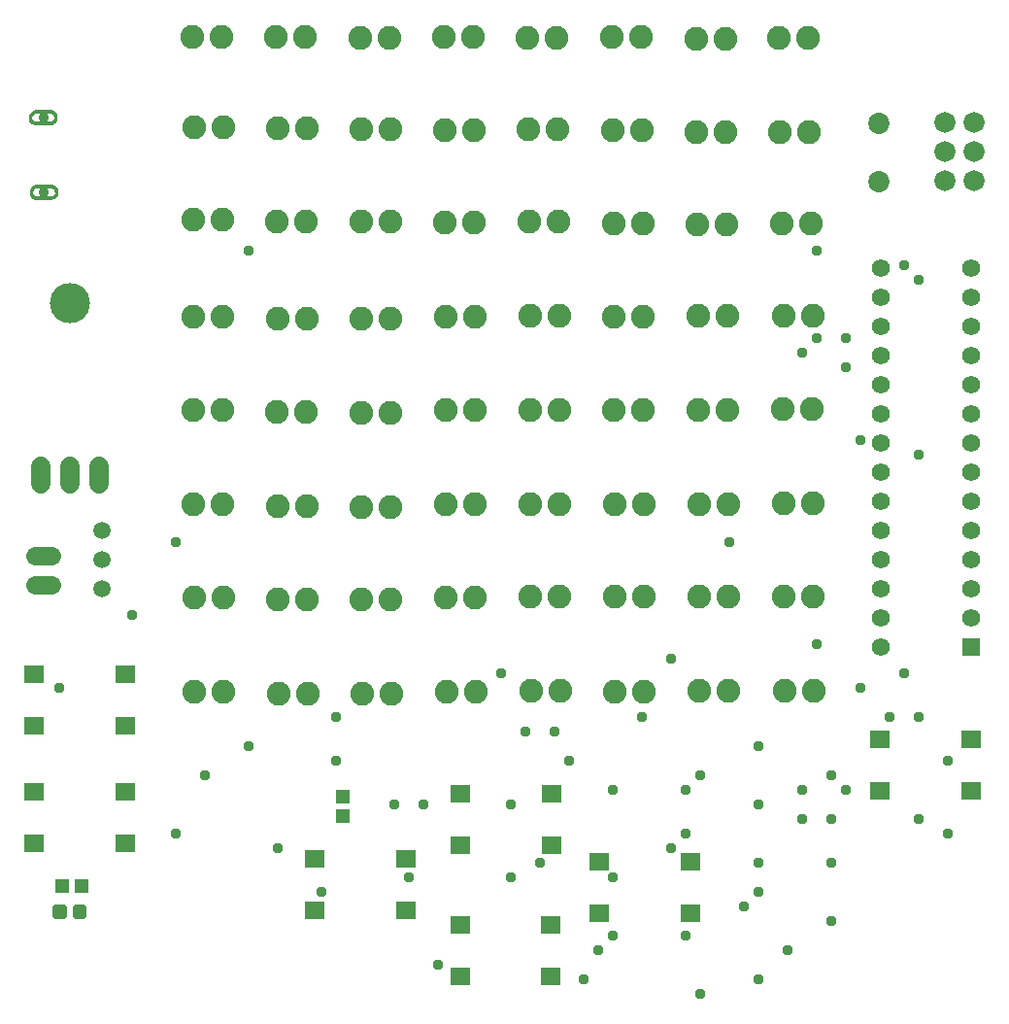
<source format=gbr>
G04 EAGLE Gerber RS-274X export*
G75*
%MOMM*%
%FSLAX34Y34*%
%LPD*%
%INSoldermask Top*%
%IPPOS*%
%AMOC8*
5,1,8,0,0,1.08239X$1,22.5*%
G01*
%ADD10C,0.505344*%
%ADD11C,2.082800*%
%ADD12C,1.828800*%
%ADD13R,1.303200X1.203200*%
%ADD14R,1.203200X1.303200*%
%ADD15C,1.727200*%
%ADD16C,3.505200*%
%ADD17R,1.561200X1.561200*%
%ADD18C,1.561200*%
%ADD19C,1.854200*%
%ADD20C,1.625600*%
%ADD21C,0.913200*%
%ADD22C,1.511200*%
%ADD23R,1.753200X1.503200*%
%ADD24C,0.959600*%

G36*
X-686328Y285817D02*
X-686328Y285817D01*
X-679779Y285886D01*
X-679778Y285886D01*
X-678619Y286012D01*
X-678618Y286013D01*
X-678618Y286012D01*
X-677505Y286363D01*
X-677504Y286363D01*
X-676482Y286924D01*
X-676481Y286924D01*
X-675587Y287674D01*
X-675586Y287674D01*
X-674856Y288584D01*
X-674855Y288584D01*
X-674316Y289619D01*
X-674316Y289620D01*
X-673989Y290739D01*
X-673989Y290740D01*
X-673887Y291902D01*
X-673887Y291903D01*
X-673899Y293103D01*
X-674026Y294263D01*
X-674026Y294264D01*
X-674376Y295376D01*
X-674377Y295377D01*
X-674376Y295377D01*
X-674937Y296400D01*
X-674938Y296400D01*
X-674938Y296401D01*
X-675687Y297295D01*
X-675688Y297295D01*
X-676597Y298026D01*
X-676598Y298026D01*
X-677632Y298565D01*
X-677633Y298565D01*
X-677633Y298566D01*
X-678753Y298893D01*
X-678753Y298892D01*
X-678754Y298893D01*
X-679916Y298995D01*
X-680364Y298990D01*
X-680367Y298990D01*
X-680838Y298985D01*
X-680841Y298985D01*
X-681313Y298980D01*
X-681316Y298980D01*
X-681787Y298975D01*
X-681790Y298975D01*
X-682262Y298970D01*
X-682264Y298970D01*
X-682736Y298965D01*
X-682739Y298965D01*
X-683210Y298960D01*
X-683213Y298960D01*
X-683685Y298955D01*
X-683688Y298955D01*
X-684159Y298950D01*
X-684162Y298950D01*
X-684634Y298946D01*
X-684637Y298946D01*
X-684637Y298945D01*
X-685108Y298941D01*
X-685111Y298941D01*
X-685583Y298936D01*
X-685585Y298936D01*
X-685586Y298936D01*
X-686057Y298931D01*
X-686060Y298931D01*
X-686531Y298926D01*
X-686534Y298926D01*
X-687006Y298921D01*
X-687009Y298921D01*
X-687480Y298916D01*
X-687483Y298916D01*
X-687955Y298911D01*
X-687958Y298911D01*
X-688429Y298906D01*
X-688432Y298906D01*
X-688904Y298901D01*
X-688907Y298901D01*
X-689378Y298896D01*
X-689381Y298896D01*
X-689853Y298891D01*
X-689855Y298891D01*
X-690327Y298886D01*
X-690330Y298886D01*
X-690801Y298881D01*
X-690804Y298881D01*
X-691276Y298876D01*
X-691279Y298876D01*
X-691750Y298871D01*
X-691753Y298871D01*
X-692225Y298866D01*
X-692228Y298866D01*
X-692699Y298861D01*
X-692702Y298861D01*
X-693015Y298858D01*
X-693016Y298857D01*
X-693016Y298858D01*
X-694251Y298716D01*
X-694251Y298715D01*
X-694252Y298715D01*
X-695431Y298321D01*
X-695431Y298320D01*
X-695432Y298320D01*
X-696503Y297690D01*
X-696504Y297690D01*
X-697423Y296852D01*
X-697423Y296851D01*
X-698148Y295841D01*
X-698149Y295841D01*
X-698649Y294703D01*
X-698649Y294702D01*
X-698650Y294702D01*
X-698904Y293485D01*
X-698904Y293484D01*
X-698901Y292241D01*
X-698895Y291641D01*
X-698895Y291640D01*
X-698769Y290481D01*
X-698768Y290480D01*
X-698418Y289367D01*
X-698418Y289366D01*
X-697857Y288343D01*
X-697107Y287449D01*
X-697107Y287448D01*
X-696197Y286718D01*
X-696196Y286717D01*
X-695162Y286178D01*
X-695161Y286178D01*
X-694042Y285851D01*
X-694041Y285851D01*
X-692879Y285749D01*
X-692878Y285749D01*
X-686328Y285817D01*
G37*
G36*
X-687010Y350914D02*
X-687010Y350914D01*
X-680461Y350982D01*
X-680460Y350982D01*
X-679301Y351109D01*
X-679300Y351109D01*
X-678187Y351459D01*
X-678187Y351460D01*
X-678186Y351459D01*
X-677163Y352020D01*
X-677163Y352021D01*
X-677162Y352021D01*
X-676269Y352770D01*
X-676269Y352771D01*
X-676268Y352771D01*
X-675537Y353680D01*
X-675537Y353681D01*
X-674998Y354715D01*
X-674998Y354716D01*
X-674671Y355836D01*
X-674670Y355837D01*
X-674568Y356999D01*
X-674569Y356999D01*
X-674568Y356999D01*
X-674581Y358199D01*
X-674581Y358200D01*
X-674707Y359359D01*
X-674708Y359360D01*
X-675058Y360473D01*
X-675058Y360474D01*
X-675619Y361496D01*
X-675619Y361497D01*
X-676369Y362391D01*
X-676369Y362392D01*
X-677279Y363122D01*
X-677280Y363123D01*
X-678314Y363662D01*
X-678315Y363662D01*
X-679434Y363989D01*
X-679435Y363989D01*
X-680597Y364091D01*
X-680598Y364091D01*
X-681045Y364087D01*
X-681048Y364087D01*
X-681520Y364082D01*
X-681523Y364082D01*
X-681994Y364077D01*
X-681997Y364077D01*
X-682469Y364072D01*
X-682472Y364072D01*
X-682943Y364067D01*
X-682946Y364067D01*
X-683418Y364062D01*
X-683421Y364062D01*
X-683892Y364057D01*
X-683895Y364057D01*
X-684367Y364052D01*
X-684369Y364052D01*
X-684841Y364047D01*
X-684844Y364047D01*
X-685315Y364042D01*
X-685318Y364042D01*
X-685790Y364037D01*
X-685793Y364037D01*
X-686264Y364032D01*
X-686267Y364032D01*
X-686739Y364027D01*
X-686742Y364027D01*
X-687213Y364022D01*
X-687216Y364022D01*
X-687688Y364017D01*
X-687690Y364017D01*
X-687691Y364017D01*
X-688162Y364012D01*
X-688165Y364012D01*
X-688636Y364007D01*
X-688639Y364007D01*
X-689111Y364002D01*
X-689114Y364002D01*
X-689585Y363997D01*
X-689588Y363997D01*
X-690060Y363992D01*
X-690063Y363992D01*
X-690534Y363987D01*
X-690537Y363987D01*
X-691009Y363982D01*
X-691012Y363982D01*
X-691483Y363977D01*
X-691486Y363977D01*
X-691958Y363972D01*
X-691960Y363972D01*
X-692432Y363967D01*
X-692435Y363967D01*
X-692906Y363962D01*
X-692909Y363962D01*
X-693381Y363957D01*
X-693384Y363957D01*
X-693697Y363954D01*
X-693698Y363954D01*
X-694933Y363812D01*
X-694933Y363811D01*
X-694934Y363812D01*
X-696112Y363417D01*
X-696113Y363417D01*
X-697185Y362787D01*
X-697185Y362786D01*
X-697186Y362786D01*
X-698104Y361948D01*
X-698105Y361948D01*
X-698830Y360938D01*
X-698830Y360937D01*
X-698831Y360937D01*
X-699331Y359799D01*
X-699331Y359798D01*
X-699586Y358581D01*
X-699585Y358581D01*
X-699586Y358580D01*
X-699583Y357337D01*
X-699577Y356737D01*
X-699450Y355577D01*
X-699450Y355576D01*
X-699100Y354464D01*
X-699099Y354463D01*
X-699100Y354463D01*
X-698539Y353440D01*
X-698538Y353440D01*
X-698538Y353439D01*
X-697789Y352545D01*
X-697788Y352545D01*
X-696879Y351814D01*
X-696878Y351814D01*
X-695844Y351275D01*
X-695843Y351275D01*
X-695843Y351274D01*
X-694723Y350947D01*
X-694723Y350948D01*
X-694722Y350947D01*
X-693560Y350845D01*
X-687010Y350914D01*
G37*
%LPC*%
G36*
X-693099Y288845D02*
X-693099Y288845D01*
X-693851Y289100D01*
X-694528Y289515D01*
X-695095Y290070D01*
X-695524Y290738D01*
X-695794Y291484D01*
X-695892Y292272D01*
X-695811Y293062D01*
X-695557Y293814D01*
X-695141Y294490D01*
X-694586Y295058D01*
X-693918Y295487D01*
X-693172Y295757D01*
X-692384Y295854D01*
X-680485Y295979D01*
X-679695Y295898D01*
X-678943Y295644D01*
X-678266Y295229D01*
X-677699Y294673D01*
X-677270Y294006D01*
X-677000Y293259D01*
X-676903Y292471D01*
X-676983Y291681D01*
X-677238Y290929D01*
X-677653Y290253D01*
X-678208Y289686D01*
X-678876Y289256D01*
X-679623Y288986D01*
X-680411Y288889D01*
X-680452Y288889D01*
X-680455Y288889D01*
X-680927Y288884D01*
X-680929Y288884D01*
X-681401Y288879D01*
X-681404Y288879D01*
X-681875Y288874D01*
X-681878Y288874D01*
X-682350Y288869D01*
X-682353Y288869D01*
X-682824Y288864D01*
X-682827Y288864D01*
X-683299Y288859D01*
X-683302Y288859D01*
X-683773Y288854D01*
X-683776Y288854D01*
X-684248Y288849D01*
X-684250Y288849D01*
X-684722Y288844D01*
X-684725Y288844D01*
X-685196Y288839D01*
X-685199Y288839D01*
X-685671Y288834D01*
X-685674Y288834D01*
X-686145Y288829D01*
X-686148Y288829D01*
X-686360Y288827D01*
X-686620Y288824D01*
X-686623Y288824D01*
X-687094Y288819D01*
X-687097Y288819D01*
X-687568Y288814D01*
X-687571Y288814D01*
X-688043Y288809D01*
X-688046Y288809D01*
X-688517Y288804D01*
X-688520Y288804D01*
X-688992Y288799D01*
X-688995Y288799D01*
X-689466Y288794D01*
X-689469Y288794D01*
X-689941Y288789D01*
X-689943Y288789D01*
X-689944Y288789D01*
X-690415Y288784D01*
X-690418Y288784D01*
X-690889Y288779D01*
X-690892Y288779D01*
X-691364Y288774D01*
X-691367Y288774D01*
X-691838Y288770D01*
X-691841Y288770D01*
X-691841Y288769D01*
X-692309Y288765D01*
X-693099Y288845D01*
G37*
%LPD*%
%LPC*%
G36*
X-693781Y353942D02*
X-693781Y353942D01*
X-694533Y354196D01*
X-695210Y354611D01*
X-695777Y355167D01*
X-696206Y355834D01*
X-696476Y356581D01*
X-696573Y357369D01*
X-696493Y358159D01*
X-696238Y358910D01*
X-695823Y359587D01*
X-695268Y360154D01*
X-694600Y360583D01*
X-693853Y360854D01*
X-693065Y360951D01*
X-681167Y361075D01*
X-680377Y360995D01*
X-679625Y360740D01*
X-678948Y360325D01*
X-678381Y359770D01*
X-677952Y359102D01*
X-677682Y358355D01*
X-677584Y357568D01*
X-677665Y356778D01*
X-677919Y356026D01*
X-678335Y355349D01*
X-678890Y354782D01*
X-679558Y354353D01*
X-680304Y354083D01*
X-681092Y353986D01*
X-681134Y353985D01*
X-681137Y353985D01*
X-681608Y353980D01*
X-681611Y353980D01*
X-682083Y353975D01*
X-682086Y353975D01*
X-682557Y353970D01*
X-682560Y353970D01*
X-683032Y353965D01*
X-683034Y353965D01*
X-683506Y353960D01*
X-683509Y353960D01*
X-683980Y353955D01*
X-683983Y353955D01*
X-684455Y353950D01*
X-684458Y353950D01*
X-684929Y353945D01*
X-684932Y353945D01*
X-685404Y353940D01*
X-685407Y353940D01*
X-685878Y353936D01*
X-685881Y353936D01*
X-685881Y353935D01*
X-686352Y353931D01*
X-686355Y353931D01*
X-686827Y353926D01*
X-686830Y353926D01*
X-687042Y353923D01*
X-687301Y353921D01*
X-687304Y353921D01*
X-687776Y353916D01*
X-687779Y353916D01*
X-688250Y353911D01*
X-688253Y353911D01*
X-688725Y353906D01*
X-688728Y353906D01*
X-689199Y353901D01*
X-689202Y353901D01*
X-689673Y353896D01*
X-689676Y353896D01*
X-690148Y353891D01*
X-690151Y353891D01*
X-690622Y353886D01*
X-690625Y353886D01*
X-691097Y353881D01*
X-691100Y353881D01*
X-691571Y353876D01*
X-691574Y353876D01*
X-692046Y353871D01*
X-692048Y353871D01*
X-692520Y353866D01*
X-692523Y353866D01*
X-692991Y353861D01*
X-693781Y353942D01*
G37*
%LPD*%
D10*
X-669305Y-331155D02*
X-669305Y-338135D01*
X-676285Y-338135D01*
X-676285Y-331155D01*
X-669305Y-331155D01*
X-669305Y-333335D02*
X-676285Y-333335D01*
X-651765Y-331155D02*
X-651765Y-338135D01*
X-658745Y-338135D01*
X-658745Y-331155D01*
X-651765Y-331155D01*
X-651765Y-333335D02*
X-658745Y-333335D01*
D11*
X-555550Y349056D03*
X-530150Y349056D03*
X-482656Y348218D03*
X-457256Y348218D03*
X-409834Y347692D03*
X-384434Y347692D03*
X-336646Y346902D03*
X-311246Y346902D03*
X-263825Y346978D03*
X-238425Y346978D03*
X-190408Y346451D03*
X-165008Y346451D03*
X-117391Y344802D03*
X-91991Y344802D03*
X-44646Y345178D03*
X-19246Y345178D03*
X-556405Y268698D03*
X-531005Y268698D03*
X-483097Y266992D03*
X-457697Y266992D03*
X-557361Y428137D03*
X-531961Y428137D03*
X-410188Y266836D03*
X-384788Y266836D03*
X-337253Y265686D03*
X-311853Y265686D03*
X-263037Y266533D03*
X-237637Y266533D03*
X-189830Y264910D03*
X-164430Y264910D03*
X-117160Y264368D03*
X-91760Y264368D03*
X-43204Y264800D03*
X-17804Y264800D03*
X-556328Y184183D03*
X-530928Y184183D03*
X-483020Y182478D03*
X-457620Y182478D03*
X-410111Y182322D03*
X-384711Y182322D03*
X-336389Y184183D03*
X-310989Y184183D03*
X-484373Y427634D03*
X-458973Y427634D03*
X-262830Y184861D03*
X-237430Y184861D03*
X-189481Y184258D03*
X-164081Y184258D03*
X-115654Y184568D03*
X-90254Y184568D03*
X-41931Y185016D03*
X-16531Y185016D03*
X-556459Y102297D03*
X-531059Y102297D03*
X-483152Y100591D03*
X-457752Y100591D03*
X-410243Y100436D03*
X-384843Y100436D03*
X-336521Y102297D03*
X-311121Y102297D03*
X-262961Y102974D03*
X-237561Y102974D03*
X-189612Y102371D03*
X-164212Y102371D03*
X-411118Y427235D03*
X-385718Y427235D03*
X-115786Y102681D03*
X-90386Y102681D03*
X-42063Y103129D03*
X-16663Y103129D03*
X-556062Y20224D03*
X-530662Y20224D03*
X-482754Y18518D03*
X-457354Y18518D03*
X-409845Y18363D03*
X-384445Y18363D03*
X-336123Y20224D03*
X-310723Y20224D03*
X-262563Y20901D03*
X-237163Y20901D03*
X-189215Y20298D03*
X-163815Y20298D03*
X-115388Y20608D03*
X-89988Y20608D03*
X-41665Y21056D03*
X-16265Y21056D03*
X-338058Y427487D03*
X-312658Y427487D03*
X-555738Y-60349D03*
X-530338Y-60349D03*
X-482431Y-62054D03*
X-457031Y-62054D03*
X-409521Y-62210D03*
X-384121Y-62210D03*
X-335799Y-60349D03*
X-310399Y-60349D03*
X-262240Y-59671D03*
X-236840Y-59671D03*
X-188891Y-60274D03*
X-163491Y-60274D03*
X-115064Y-59964D03*
X-89664Y-59964D03*
X-41341Y-59516D03*
X-15941Y-59516D03*
X-555483Y-142697D03*
X-530083Y-142697D03*
X-482176Y-144403D03*
X-456776Y-144403D03*
X-264883Y427099D03*
X-239483Y427099D03*
X-409266Y-144558D03*
X-383866Y-144558D03*
X-335544Y-142697D03*
X-310144Y-142697D03*
X-261985Y-142019D03*
X-236585Y-142019D03*
X-188636Y-142623D03*
X-163236Y-142623D03*
X-114809Y-142312D03*
X-89409Y-142312D03*
X-41086Y-141865D03*
X-15686Y-141865D03*
X-191837Y427621D03*
X-166437Y427621D03*
X-118142Y426189D03*
X-92742Y426189D03*
X-45397Y426564D03*
X-19997Y426564D03*
D12*
X99259Y328253D03*
X124659Y328253D03*
X124659Y353653D03*
X99259Y353653D03*
X99259Y302853D03*
X124659Y302853D03*
D13*
X-653764Y-312126D03*
X-670764Y-312126D03*
D14*
X-425541Y-251254D03*
X-425541Y-234254D03*
D15*
X-689418Y37988D02*
X-689418Y53228D01*
X-664018Y53228D02*
X-664018Y37988D01*
X-638618Y37988D02*
X-638618Y53228D01*
D16*
X-664018Y195468D03*
D17*
X121935Y-104207D03*
D18*
X121935Y-78807D03*
X121935Y48193D03*
X121935Y73593D03*
X121935Y-53407D03*
X121935Y-28007D03*
X121935Y22793D03*
X121935Y-2607D03*
X121935Y98993D03*
X121935Y124393D03*
X121935Y149793D03*
X121935Y175193D03*
X121935Y200593D03*
X121935Y225993D03*
X42735Y225993D03*
X42735Y200593D03*
X42735Y175193D03*
X42735Y149793D03*
X42735Y124393D03*
X42735Y98993D03*
X42735Y73593D03*
X42735Y48193D03*
X42735Y22793D03*
X42735Y-2607D03*
X42735Y-28007D03*
X42735Y-53407D03*
X42735Y-78807D03*
X42735Y-104207D03*
D19*
X41780Y352421D03*
X41780Y301621D03*
D20*
X-679869Y-49841D02*
X-694093Y-49841D01*
X-694093Y-24441D02*
X-679869Y-24441D01*
D21*
X-686397Y292372D03*
X-687079Y357468D03*
D22*
X-635828Y-27866D03*
X-635828Y-2466D03*
X-635828Y-53266D03*
D23*
X-323126Y-231728D03*
X-243626Y-231728D03*
X-323126Y-276728D03*
X-243626Y-276728D03*
X-244411Y-390786D03*
X-323911Y-390786D03*
X-244411Y-345786D03*
X-323911Y-345786D03*
X-450466Y-288488D03*
X-370966Y-288488D03*
X-450466Y-333488D03*
X-370966Y-333488D03*
X-123246Y-335938D03*
X-202746Y-335938D03*
X-123246Y-290938D03*
X-202746Y-290938D03*
X-615270Y-275102D03*
X-694770Y-275102D03*
X-615270Y-230102D03*
X-694770Y-230102D03*
X-695106Y-127506D03*
X-615606Y-127506D03*
X-695106Y-172506D03*
X-615606Y-172506D03*
X121787Y-229065D03*
X42287Y-229065D03*
X121787Y-184065D03*
X42287Y-184065D03*
D24*
X-444500Y-317500D03*
X-368300Y-304800D03*
X-38100Y-368300D03*
X-139700Y-279400D03*
X-254000Y-292100D03*
X-76200Y-330200D03*
X101600Y-203200D03*
X63500Y228600D03*
X76200Y215900D03*
X-63500Y-241300D03*
X-63500Y-190500D03*
X-190500Y-304800D03*
X-190500Y-228600D03*
X-165100Y-165100D03*
X-139700Y-114300D03*
X-279400Y-241300D03*
X-288290Y-127000D03*
X-127000Y-266700D03*
X-127000Y-228600D03*
X-381000Y-241300D03*
X-355600Y-241300D03*
X-431800Y-165100D03*
X-431800Y-203200D03*
X-241300Y-177800D03*
X-203200Y-368300D03*
X-114300Y-215900D03*
X-88900Y-12700D03*
X-279400Y-304800D03*
X50800Y-165100D03*
X76200Y-254000D03*
X12700Y-228600D03*
X-266700Y-177800D03*
X-63500Y-292100D03*
X-25400Y-254000D03*
X76200Y63500D03*
X63500Y-127000D03*
X-228600Y-203200D03*
X-63500Y-317500D03*
X0Y-254000D03*
X0Y-215900D03*
X25400Y-139700D03*
X25400Y76200D03*
X-12700Y241300D03*
X-508000Y-190500D03*
X-508000Y241300D03*
X-342900Y-381000D03*
X-215900Y-393700D03*
X12700Y165100D03*
X-12700Y165100D03*
X-25400Y-228600D03*
X-63500Y-393700D03*
X0Y-292100D03*
X-482600Y-279400D03*
X101600Y-266700D03*
X-114300Y-406400D03*
X-190500Y-355600D03*
X0Y-342900D03*
X-127000Y-355600D03*
X-571500Y-266700D03*
X76200Y-165100D03*
X-12700Y-101600D03*
X-546100Y-215900D03*
X-673100Y-139700D03*
X12700Y139700D03*
X-25400Y152400D03*
X-571500Y-12700D03*
X-609600Y-76200D03*
M02*

</source>
